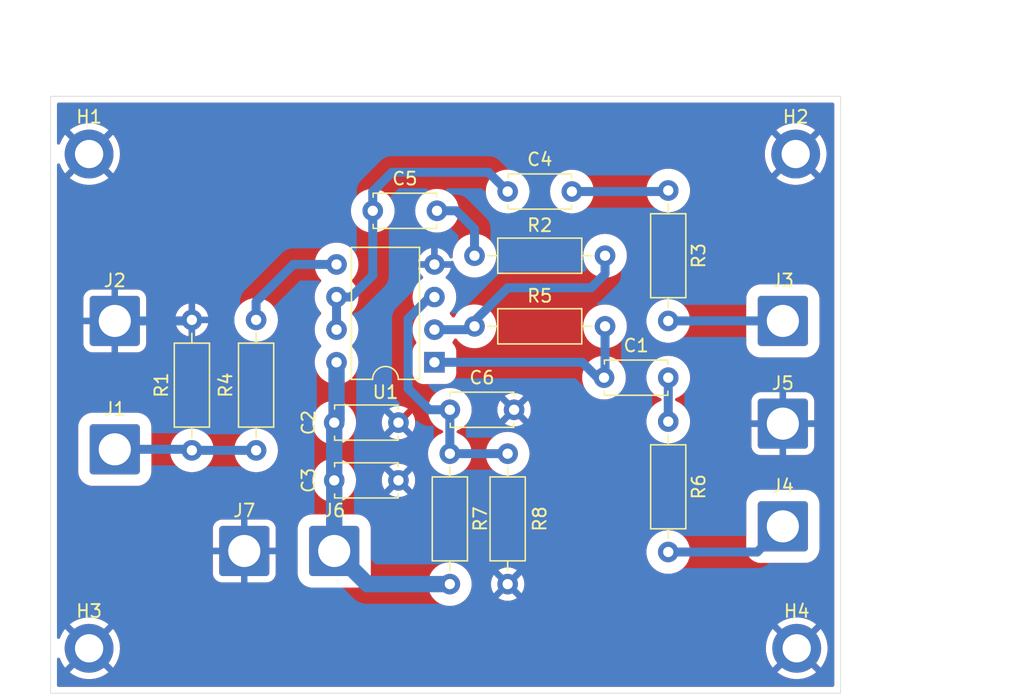
<source format=kicad_pcb>
(kicad_pcb (version 20240108) (generator "pcbnew") (generator_version "8.0")
  (layers (0 "F.Cu" signal) (31 "B.Cu" signal) (34 "B.Paste" user) (35 "F.Paste" user) (36 "B.SilkS" user "B.Silkscreen") (37 "F.SilkS" user "F.Silkscreen") (38 "B.Mask" user) (39 "F.Mask" user) (44 "Edge.Cuts" user))
  (net 0 "")
  (net 1 "Net-(C1-Pad2)")
  (net 2 "Net-(C1-Pad1)")
  (net 3 "GND")
  (net 4 "PWR_5V")
  (net 5 "Net-(C4-Pad2)")
  (net 6 "Net-(U1B--)")
  (net 7 "Net-(C5-Pad2)")
  (net 8 "BIAS 2.5V")
  (net 9 "Net-(J1-Pin_1)")
  (net 10 "Net-(J3-Pin_1)")
  (net 11 "Net-(J4-Pin_1)")
  (net 12 "Net-(U1A--)")
  (net 13 "Net-(U1B-+)")
  (footprint "Resistor_THT:R_Axial_DIN0207_L6.3mm_D2.5mm_P10.16mm_Horizontal" (layer "F.Cu") (at 109.5 135.58 90)
    (property "Reference" "R1" (at 5.08 -2.37 90) (layer "F.SilkS"))
    (property "Value" "10K")
    (fp_line (start 8.35 -1.37) (end 1.81 -1.37) (stroke (width 0.12)) (layer "F.SilkS"))
    (fp_line (start 1.81 -1.37) (end 1.81 1.37) (stroke (width 0.12)) (layer "F.SilkS"))
    (fp_line (start 9.12 0) (end 8.35 0) (stroke (width 0.12)) (layer "F.SilkS"))
    (fp_line (start 1.04 0) (end 1.81 0) (stroke (width 0.12)) (layer "F.SilkS"))
    (fp_line (start 8.35 1.37) (end 8.35 -1.37) (stroke (width 0.12)) (layer "F.SilkS"))
    (fp_line (start 1.81 1.37) (end 8.35 1.37) (stroke (width 0.12)) (layer "F.SilkS"))
    (pad "1" thru_hole circle (at 0 0 90) (size 1.6 1.6) (drill 0.8) (layers "*.Cu" "*.Mask") (net 9 "Net-(J1-Pin_1)"))
    (pad "2" thru_hole oval (at 10.16 0 90) (size 1.6 1.6) (drill 0.8) (layers "*.Cu" "*.Mask") (net 3 "GND"))
  )
  (footprint "Connector_Wire:SolderWire-2sqmm_1x01_D2mm_OD3.9mm" (layer "F.Cu") (at 155.5 133.5)
    (property "Reference" "J5" (at 0 -3.15 0) (layer "F.SilkS"))
    (property "Value" "Line-GND")
    (pad "1" thru_hole roundrect (at 0 0) (size 3.9 3.9) (drill 2.5) (layers "*.Cu" "*.Mask") (roundrect_rratio 0.064103) (net 3 "GND"))
  )
  (footprint "MountingHole:MountingHole_2.2mm_M2_DIN965_Pad" (layer "F.Cu") (at 156.5 112.5)
    (property "Reference" "H2" (at 0 -2.9 0) (layer "F.SilkS"))
    (property "Value" "MountingHole_Pad")
    (pad "1" thru_hole circle (at 0 0) (size 3.8 3.8) (drill 2.2) (layers "*.Cu" "*.Mask") (net 3 "GND"))
  )
  (footprint "Capacitor_THT:C_Disc_D4.7mm_W2.5mm_P5.00mm" (layer "F.Cu") (at 120.58 137.92)
    (property "Reference" "C3" (at -2 0 -90) (layer "F.SilkS"))
    (property "Value" "100uF")
    (fp_line (start 0.03 -1.37) (end 0.03 -1.055) (stroke (width 0.12)) (layer "F.SilkS"))
    (fp_line (start 0.03 -1.37) (end 4.97 -1.37) (stroke (width 0.12)) (layer "F.SilkS"))
    (fp_line (start 0.03 1.055) (end 0.03 1.37) (stroke (width 0.12)) (layer "F.SilkS"))
    (fp_line (start 0.03 1.37) (end 4.97 1.37) (stroke (width 0.12)) (layer "F.SilkS"))
    (fp_line (start 4.97 -1.37) (end 4.97 -1.055) (stroke (width 0.12)) (layer "F.SilkS"))
    (fp_line (start 4.97 1.055) (end 4.97 1.37) (stroke (width 0.12)) (layer "F.SilkS"))
    (pad "1" thru_hole circle (at 0 0) (size 1.6 1.6) (drill 0.8) (layers "*.Cu" "*.Mask") (net 4 "PWR_5V"))
    (pad "2" thru_hole circle (at 5 0) (size 1.6 1.6) (drill 0.8) (layers "*.Cu" "*.Mask") (net 3 "GND"))
  )
  (footprint "Resistor_THT:R_Axial_DIN0207_L6.3mm_D2.5mm_P10.16mm_Horizontal" (layer "F.Cu") (at 114.5 135.58 90)
    (property "Reference" "R4" (at 5.08 -2.37 90) (layer "F.SilkS"))
    (property "Value" "1K")
    (fp_line (start 8.35 -1.37) (end 1.81 -1.37) (stroke (width 0.12)) (layer "F.SilkS"))
    (fp_line (start 1.81 -1.37) (end 1.81 1.37) (stroke (width 0.12)) (layer "F.SilkS"))
    (fp_line (start 9.12 0) (end 8.35 0) (stroke (width 0.12)) (layer "F.SilkS"))
    (fp_line (start 1.04 0) (end 1.81 0) (stroke (width 0.12)) (layer "F.SilkS"))
    (fp_line (start 8.35 1.37) (end 8.35 -1.37) (stroke (width 0.12)) (layer "F.SilkS"))
    (fp_line (start 1.81 1.37) (end 8.35 1.37) (stroke (width 0.12)) (layer "F.SilkS"))
    (pad "1" thru_hole circle (at 0 0 90) (size 1.6 1.6) (drill 0.8) (layers "*.Cu" "*.Mask") (net 9 "Net-(J1-Pin_1)"))
    (pad "2" thru_hole oval (at 10.16 0 90) (size 1.6 1.6) (drill 0.8) (layers "*.Cu" "*.Mask") (net 13 "Net-(U1B-+)"))
  )
  (footprint "Capacitor_THT:C_Disc_D4.7mm_W2.5mm_P5.00mm" (layer "F.Cu") (at 120.58 133.42)
    (property "Reference" "C2" (at -2 0 90) (layer "F.SilkS"))
    (property "Value" "100nF")
    (fp_line (start 0.03 -1.37) (end 0.03 -1.055) (stroke (width 0.12)) (layer "F.SilkS"))
    (fp_line (start 0.03 -1.37) (end 4.97 -1.37) (stroke (width 0.12)) (layer "F.SilkS"))
    (fp_line (start 0.03 1.055) (end 0.03 1.37) (stroke (width 0.12)) (layer "F.SilkS"))
    (fp_line (start 0.03 1.37) (end 4.97 1.37) (stroke (width 0.12)) (layer "F.SilkS"))
    (fp_line (start 4.97 -1.37) (end 4.97 -1.055) (stroke (width 0.12)) (layer "F.SilkS"))
    (fp_line (start 4.97 1.055) (end 4.97 1.37) (stroke (width 0.12)) (layer "F.SilkS"))
    (pad "1" thru_hole circle (at 0 0) (size 1.6 1.6) (drill 0.8) (layers "*.Cu" "*.Mask") (net 4 "PWR_5V"))
    (pad "2" thru_hole circle (at 5 0) (size 1.6 1.6) (drill 0.8) (layers "*.Cu" "*.Mask") (net 3 "GND"))
  )
  (footprint "Connector_Wire:SolderWire-2sqmm_1x01_D2mm_OD3.9mm" (layer "F.Cu") (at 103.5 135.5)
    (property "Reference" "J1" (at 0 -3.15 0) (layer "F.SilkS"))
    (property "Value" "DAC-Input")
    (pad "1" thru_hole roundrect (at 0 0) (size 3.9 3.9) (drill 2.5) (layers "*.Cu" "*.Mask") (roundrect_rratio 0.064103) (net 9 "Net-(J1-Pin_1)"))
  )
  (footprint "Resistor_THT:R_Axial_DIN0207_L6.3mm_D2.5mm_P10.16mm_Horizontal" (layer "F.Cu") (at 146.58 115.34 -90)
    (property "Reference" "R3" (at 5.08 -2.37 90) (layer "F.SilkS"))
    (property "Value" "100")
    (fp_line (start 1.81 1.37) (end 8.35 1.37) (stroke (width 0.12)) (layer "F.SilkS"))
    (fp_line (start 8.35 1.37) (end 8.35 -1.37) (stroke (width 0.12)) (layer "F.SilkS"))
    (fp_line (start 1.04 0) (end 1.81 0) (stroke (width 0.12)) (layer "F.SilkS"))
    (fp_line (start 9.12 0) (end 8.35 0) (stroke (width 0.12)) (layer "F.SilkS"))
    (fp_line (start 1.81 -1.37) (end 1.81 1.37) (stroke (width 0.12)) (layer "F.SilkS"))
    (fp_line (start 8.35 -1.37) (end 1.81 -1.37) (stroke (width 0.12)) (layer "F.SilkS"))
    (pad "1" thru_hole circle (at 0 0 270) (size 1.6 1.6) (drill 0.8) (layers "*.Cu" "*.Mask") (net 5 "Net-(C4-Pad2)"))
    (pad "2" thru_hole oval (at 10.16 0 270) (size 1.6 1.6) (drill 0.8) (layers "*.Cu" "*.Mask") (net 10 "Net-(J3-Pin_1)"))
  )
  (footprint "Connector_Wire:SolderWire-2sqmm_1x01_D2mm_OD3.9mm" (layer "F.Cu") (at 120.58 143.42)
    (property "Reference" "J6" (at 0 -3.15 0) (layer "F.SilkS"))
    (property "Value" "PWR-INPUT")
    (pad "1" thru_hole roundrect (at 0 0) (size 3.9 3.9) (drill 2.5) (layers "*.Cu" "*.Mask") (roundrect_rratio 0.064103) (net 4 "PWR_5V"))
  )
  (footprint "MountingHole:MountingHole_2.2mm_M2_DIN965_Pad" (layer "F.Cu") (at 101.5 151)
    (property "Reference" "H3" (at 0 -2.9 0) (layer "F.SilkS"))
    (property "Value" "MountingHole_Pad")
    (pad "1" thru_hole circle (at 0 0) (size 3.8 3.8) (drill 2.2) (layers "*.Cu" "*.Mask") (net 3 "GND"))
  )
  (footprint "Capacitor_THT:C_Disc_D4.7mm_W2.5mm_P5.00mm" (layer "F.Cu") (at 129.58 132.42)
    (property "Reference" "C6" (at 2.5 -2.5 0) (layer "F.SilkS"))
    (property "Value" "4.7uF")
    (fp_line (start 0.03 -1.37) (end 0.03 -1.055) (stroke (width 0.12)) (layer "F.SilkS"))
    (fp_line (start 0.03 -1.37) (end 4.97 -1.37) (stroke (width 0.12)) (layer "F.SilkS"))
    (fp_line (start 0.03 1.055) (end 0.03 1.37) (stroke (width 0.12)) (layer "F.SilkS"))
    (fp_line (start 0.03 1.37) (end 4.97 1.37) (stroke (width 0.12)) (layer "F.SilkS"))
    (fp_line (start 4.97 -1.37) (end 4.97 -1.055) (stroke (width 0.12)) (layer "F.SilkS"))
    (fp_line (start 4.97 1.055) (end 4.97 1.37) (stroke (width 0.12)) (layer "F.SilkS"))
    (pad "1" thru_hole circle (at 0 0) (size 1.6 1.6) (drill 0.8) (layers "*.Cu" "*.Mask") (net 8 "BIAS 2.5V"))
    (pad "2" thru_hole circle (at 5 0) (size 1.6 1.6) (drill 0.8) (layers "*.Cu" "*.Mask") (net 3 "GND"))
  )
  (footprint "Connector_Wire:SolderWire-2sqmm_1x01_D2mm_OD3.9mm" (layer "F.Cu") (at 155.5 141.5)
    (property "Reference" "J4" (at 0 -3.15 0) (layer "F.SilkS"))
    (property "Value" "Line-Cold")
    (pad "1" thru_hole roundrect (at 0 0) (size 3.9 3.9) (drill 2.5) (layers "*.Cu" "*.Mask") (roundrect_rratio 0.064103) (net 11 "Net-(J4-Pin_1)"))
  )
  (footprint "Resistor_THT:R_Axial_DIN0207_L6.3mm_D2.5mm_P10.16mm_Horizontal" (layer "F.Cu") (at 134.08 146 90)
    (property "Reference" "R8" (at 5.08 2.5 90) (layer "F.SilkS"))
    (property "Value" "50K")
    (fp_line (start 8.35 -1.37) (end 1.81 -1.37) (stroke (width 0.12)) (layer "F.SilkS"))
    (fp_line (start 1.81 -1.37) (end 1.81 1.37) (stroke (width 0.12)) (layer "F.SilkS"))
    (fp_line (start 9.12 0) (end 8.35 0) (stroke (width 0.12)) (layer "F.SilkS"))
    (fp_line (start 1.04 0) (end 1.81 0) (stroke (width 0.12)) (layer "F.SilkS"))
    (fp_line (start 8.35 1.37) (end 8.35 -1.37) (stroke (width 0.12)) (layer "F.SilkS"))
    (fp_line (start 1.81 1.37) (end 8.35 1.37) (stroke (width 0.12)) (layer "F.SilkS"))
    (pad "1" thru_hole circle (at 0 0 90) (size 1.6 1.6) (drill 0.8) (layers "*.Cu" "*.Mask") (net 3 "GND"))
    (pad "2" thru_hole oval (at 10.16 0 90) (size 1.6 1.6) (drill 0.8) (layers "*.Cu" "*.Mask") (net 8 "BIAS 2.5V"))
  )
  (footprint "Resistor_THT:R_Axial_DIN0207_L6.3mm_D2.5mm_P10.16mm_Horizontal" (layer "F.Cu") (at 131.5 120.42)
    (property "Reference" "R2" (at 5.08 -2.37 0) (layer "F.SilkS"))
    (property "Value" "25K")
    (fp_line (start 1.04 0) (end 1.81 0) (stroke (width 0.12)) (layer "F.SilkS"))
    (fp_line (start 1.81 -1.37) (end 1.81 1.37) (stroke (width 0.12)) (layer "F.SilkS"))
    (fp_line (start 1.81 1.37) (end 8.35 1.37) (stroke (width 0.12)) (layer "F.SilkS"))
    (fp_line (start 8.35 -1.37) (end 1.81 -1.37) (stroke (width 0.12)) (layer "F.SilkS"))
    (fp_line (start 8.35 1.37) (end 8.35 -1.37) (stroke (width 0.12)) (layer "F.SilkS"))
    (fp_line (start 9.12 0) (end 8.35 0) (stroke (width 0.12)) (layer "F.SilkS"))
    (pad "1" thru_hole circle (at 0 0) (size 1.6 1.6) (drill 0.8) (layers "*.Cu" "*.Mask") (net 7 "Net-(C5-Pad2)"))
    (pad "2" thru_hole oval (at 10.16 0) (size 1.6 1.6) (drill 0.8) (layers "*.Cu" "*.Mask") (net 12 "Net-(U1A--)"))
  )
  (footprint "MountingHole:MountingHole_2.2mm_M2_DIN965_Pad" (layer "F.Cu") (at 101.5 112.5)
    (property "Reference" "H1" (at 0 -2.9 0) (layer "F.SilkS"))
    (property "Value" "MountingHole_Pad")
    (pad "1" thru_hole circle (at 0 0) (size 3.8 3.8) (drill 2.2) (layers "*.Cu" "*.Mask") (net 3 "GND"))
  )
  (footprint "Resistor_THT:R_Axial_DIN0207_L6.3mm_D2.5mm_P10.16mm_Horizontal" (layer "F.Cu") (at 129.58 135.84 -90)
    (property "Reference" "R7" (at 5.08 -2.37 90) (layer "F.SilkS"))
    (property "Value" "50K")
    (fp_line (start 1.81 1.37) (end 8.35 1.37) (stroke (width 0.12)) (layer "F.SilkS"))
    (fp_line (start 8.35 1.37) (end 8.35 -1.37) (stroke (width 0.12)) (layer "F.SilkS"))
    (fp_line (start 1.04 0) (end 1.81 0) (stroke (width 0.12)) (layer "F.SilkS"))
    (fp_line (start 9.12 0) (end 8.35 0) (stroke (width 0.12)) (layer "F.SilkS"))
    (fp_line (start 1.81 -1.37) (end 1.81 1.37) (stroke (width 0.12)) (layer "F.SilkS"))
    (fp_line (start 8.35 -1.37) (end 1.81 -1.37) (stroke (width 0.12)) (layer "F.SilkS"))
    (pad "1" thru_hole circle (at 0 0 270) (size 1.6 1.6) (drill 0.8) (layers "*.Cu" "*.Mask") (net 8 "BIAS 2.5V"))
    (pad "2" thru_hole oval (at 10.16 0 270) (size 1.6 1.6) (drill 0.8) (layers "*.Cu" "*.Mask") (net 4 "PWR_5V"))
  )
  (footprint "Capacitor_THT:C_Disc_D4.7mm_W2.5mm_P5.00mm" (layer "F.Cu") (at 123.58 116.92)
    (property "Reference" "C5" (at 2.5 -2.5 0) (layer "F.SilkS"))
    (property "Value" "1uF")
    (fp_line (start 0.03 -1.37) (end 0.03 -1.055) (stroke (width 0.12)) (layer "F.SilkS"))
    (fp_line (start 0.03 -1.37) (end 4.97 -1.37) (stroke (width 0.12)) (layer "F.SilkS"))
    (fp_line (start 0.03 1.055) (end 0.03 1.37) (stroke (width 0.12)) (layer "F.SilkS"))
    (fp_line (start 0.03 1.37) (end 4.97 1.37) (stroke (width 0.12)) (layer "F.SilkS"))
    (fp_line (start 4.97 -1.37) (end 4.97 -1.055) (stroke (width 0.12)) (layer "F.SilkS"))
    (fp_line (start 4.97 1.055) (end 4.97 1.37) (stroke (width 0.12)) (layer "F.SilkS"))
    (pad "1" thru_hole circle (at 0 0) (size 1.6 1.6) (drill 0.8) (layers "*.Cu" "*.Mask") (net 6 "Net-(U1B--)"))
    (pad "2" thru_hole circle (at 5 0) (size 1.6 1.6) (drill 0.8) (layers "*.Cu" "*.Mask") (net 7 "Net-(C5-Pad2)"))
  )
  (footprint "Capacitor_THT:C_Disc_D4.7mm_W2.5mm_P5.00mm" (layer "F.Cu") (at 141.58 129.92)
    (property "Reference" "C1" (at 2.5 -2.5 0) (layer "F.SilkS"))
    (property "Value" "47uF")
    (fp_line (start 0.03 -1.37) (end 0.03 -1.055) (stroke (width 0.12)) (layer "F.SilkS"))
    (fp_line (start 0.03 -1.37) (end 4.97 -1.37) (stroke (width 0.12)) (layer "F.SilkS"))
    (fp_line (start 0.03 1.055) (end 0.03 1.37) (stroke (width 0.12)) (layer "F.SilkS"))
    (fp_line (start 0.03 1.37) (end 4.97 1.37) (stroke (width 0.12)) (layer "F.SilkS"))
    (fp_line (start 4.97 -1.37) (end 4.97 -1.055) (stroke (width 0.12)) (layer "F.SilkS"))
    (fp_line (start 4.97 1.055) (end 4.97 1.37) (stroke (width 0.12)) (layer "F.SilkS"))
    (pad "1" thru_hole circle (at 0 0) (size 1.6 1.6) (drill 0.8) (layers "*.Cu" "*.Mask") (net 2 "Net-(C1-Pad1)"))
    (pad "2" thru_hole circle (at 5 0) (size 1.6 1.6) (drill 0.8) (layers "*.Cu" "*.Mask") (net 1 "Net-(C1-Pad2)"))
  )
  (footprint "MountingHole:MountingHole_2.2mm_M2_DIN965_Pad" (layer "F.Cu") (at 156.58 151)
    (property "Reference" "H4" (at 0 -2.9 0) (layer "F.SilkS"))
    (property "Value" "MountingHole_Pad")
    (pad "1" thru_hole circle (at 0 0) (size 3.8 3.8) (drill 2.2) (layers "*.Cu" "*.Mask") (net 3 "GND"))
  )
  (footprint "Capacitor_THT:C_Disc_D4.7mm_W2.5mm_P5.00mm" (layer "F.Cu") (at 134.08 115.42)
    (property "Reference" "C4" (at 2.5 -2.5 0) (layer "F.SilkS"))
    (property "Value" "47uF")
    (fp_line (start 0.03 -1.37) (end 0.03 -1.055) (stroke (width 0.12)) (layer "F.SilkS"))
    (fp_line (start 0.03 -1.37) (end 4.97 -1.37) (stroke (width 0.12)) (layer "F.SilkS"))
    (fp_line (start 0.03 1.055) (end 0.03 1.37) (stroke (width 0.12)) (layer "F.SilkS"))
    (fp_line (start 0.03 1.37) (end 4.97 1.37) (stroke (width 0.12)) (layer "F.SilkS"))
    (fp_line (start 4.97 -1.37) (end 4.97 -1.055) (stroke (width 0.12)) (layer "F.SilkS"))
    (fp_line (start 4.97 1.055) (end 4.97 1.37) (stroke (width 0.12)) (layer "F.SilkS"))
    (pad "1" thru_hole circle (at 0 0) (size 1.6 1.6) (drill 0.8) (layers "*.Cu" "*.Mask") (net 6 "Net-(U1B--)"))
    (pad "2" thru_hole circle (at 5 0) (size 1.6 1.6) (drill 0.8) (layers "*.Cu" "*.Mask") (net 5 "Net-(C4-Pad2)"))
  )
  (footprint "Package_DIP:DIP-8_W7.62mm" (layer "F.Cu") (at 128.38 128.72 180)
    (property "Reference" "U1" (at 3.81 -2.33 0) (layer "F.SilkS"))
    (property "Value" "LM358")
    (fp_line (start 6.46 8.95) (end 6.46 -1.33) (stroke (width 0.12)) (layer "F.SilkS"))
    (fp_line (start 6.46 -1.33) (end 4.81 -1.33) (stroke (width 0.12)) (layer "F.SilkS"))
    (fp_line (start 2.81 -1.33) (end 1.16 -1.33) (stroke (width 0.12)) (layer "F.SilkS"))
    (fp_line (start 1.16 8.95) (end 6.46 8.95) (stroke (width 0.12)) (layer "F.SilkS"))
    (fp_line (start 1.16 -1.33) (end 1.16 8.95) (stroke (width 0.12)) (layer "F.SilkS"))
    (fp_arc (start 4.81 -1.33) (mid 3.81 -0.33) (end 2.81 -1.33) (stroke (width 0.12)) (layer "F.SilkS"))
    (pad "1" thru_hole rect (at 0 0 180) (size 1.6 1.6) (drill 0.8) (layers "*.Cu" "*.Mask") (net 2 "Net-(C1-Pad1)"))
    (pad "2" thru_hole oval (at 0 2.54 180) (size 1.6 1.6) (drill 0.8) (layers "*.Cu" "*.Mask") (net 12 "Net-(U1A--)"))
    (pad "3" thru_hole oval (at 0 5.08 180) (size 1.6 1.6) (drill 0.8) (layers "*.Cu" "*.Mask") (net 8 "BIAS 2.5V"))
    (pad "4" thru_hole oval (at 0 7.62 180) (size 1.6 1.6) (drill 0.8) (layers "*.Cu" "*.Mask") (net 3 "GND"))
    (pad "5" thru_hole oval (at 7.62 7.62 180) (size 1.6 1.6) (drill 0.8) (layers "*.Cu" "*.Mask") (net 13 "Net-(U1B-+)"))
    (pad "6" thru_hole oval (at 7.62 5.08 180) (size 1.6 1.6) (drill 0.8) (layers "*.Cu" "*.Mask") (net 6 "Net-(U1B--)"))
    (pad "7" thru_hole oval (at 7.62 2.54 180) (size 1.6 1.6) (drill 0.8) (layers "*.Cu" "*.Mask") (net 6 "Net-(U1B--)"))
    (pad "8" thru_hole oval (at 7.62 0 180) (size 1.6 1.6) (drill 0.8) (layers "*.Cu" "*.Mask") (net 4 "PWR_5V"))
  )
  (footprint "Resistor_THT:R_Axial_DIN0207_L6.3mm_D2.5mm_P10.16mm_Horizontal" (layer "F.Cu") (at 131.5 125.92)
    (property "Reference" "R5" (at 5.08 -2.37 0) (layer "F.SilkS"))
    (property "Value" "25K")
    (fp_line (start 1.04 0) (end 1.81 0) (stroke (width 0.12)) (layer "F.SilkS"))
    (fp_line (start 1.81 -1.37) (end 1.81 1.37) (stroke (width 0.12)) (layer "F.SilkS"))
    (fp_line (start 1.81 1.37) (end 8.35 1.37) (stroke (width 0.12)) (layer "F.SilkS"))
    (fp_line (start 8.35 -1.37) (end 1.81 -1.37) (stroke (width 0.12)) (layer "F.SilkS"))
    (fp_line (start 8.35 1.37) (end 8.35 -1.37) (stroke (width 0.12)) (layer "F.SilkS"))
    (fp_line (start 9.12 0) (end 8.35 0) (stroke (width 0.12)) (layer "F.SilkS"))
    (pad "1" thru_hole circle (at 0 0) (size 1.6 1.6) (drill 0.8) (layers "*.Cu" "*.Mask") (net 12 "Net-(U1A--)"))
    (pad "2" thru_hole oval (at 10.16 0) (size 1.6 1.6) (drill 0.8) (layers "*.Cu" "*.Mask") (net 2 "Net-(C1-Pad1)"))
  )
  (footprint "Connector_Wire:SolderWire-2sqmm_1x01_D2mm_OD3.9mm" (layer "F.Cu") (at 155.5 125.5)
    (property "Reference" "J3" (at 0 -3.15 0) (layer "F.SilkS"))
    (property "Value" "Line-Hot")
    (pad "1" thru_hole roundrect (at 0 0) (size 3.9 3.9) (drill 2.5) (layers "*.Cu" "*.Mask") (roundrect_rratio 0.064103) (net 10 "Net-(J3-Pin_1)"))
  )
  (footprint "Connector_Wire:SolderWire-2sqmm_1x01_D2mm_OD3.9mm" (layer "F.Cu") (at 113.58 143.42)
    (property "Reference" "J7" (at 0 -3.15 0) (layer "F.SilkS"))
    (property "Value" "PWR-GND")
    (pad "1" thru_hole roundrect (at 0 0) (size 3.9 3.9) (drill 2.5) (layers "*.Cu" "*.Mask") (roundrect_rratio 0.064103) (net 3 "GND"))
  )
  (footprint "Resistor_THT:R_Axial_DIN0207_L6.3mm_D2.5mm_P10.16mm_Horizontal" (layer "F.Cu") (at 146.58 133.34 -90)
    (property "Reference" "R6" (at 5.08 -2.37 90) (layer "F.SilkS"))
    (property "Value" "100")
    (fp_line (start 1.81 1.37) (end 8.35 1.37) (stroke (width 0.12)) (layer "F.SilkS"))
    (fp_line (start 8.35 1.37) (end 8.35 -1.37) (stroke (width 0.12)) (layer "F.SilkS"))
    (fp_line (start 1.04 0) (end 1.81 0) (stroke (width 0.12)) (layer "F.SilkS"))
    (fp_line (start 9.12 0) (end 8.35 0) (stroke (width 0.12)) (layer "F.SilkS"))
    (fp_line (start 1.81 -1.37) (end 1.81 1.37) (stroke (width 0.12)) (layer "F.SilkS"))
    (fp_line (start 8.35 -1.37) (end 1.81 -1.37) (stroke (width 0.12)) (layer "F.SilkS"))
    (pad "1" thru_hole circle (at 0 0 270) (size 1.6 1.6) (drill 0.8) (layers "*.Cu" "*.Mask") (net 1 "Net-(C1-Pad2)"))
    (pad "2" thru_hole oval (at 10.16 0 270) (size 1.6 1.6) (drill 0.8) (layers "*.Cu" "*.Mask") (net 11 "Net-(J4-Pin_1)"))
  )
  (footprint "Connector_Wire:SolderWire-2sqmm_1x01_D2mm_OD3.9mm" (layer "F.Cu") (at 103.5 125.5)
    (property "Reference" "J2" (at 0 -3.15 0) (layer "F.SilkS"))
    (property "Value" "DAC-GND")
    (pad "1" thru_hole roundrect (at 0 0) (size 3.9 3.9) (drill 2.5) (layers "*.Cu" "*.Mask") (roundrect_rratio 0.064103) (net 3 "GND"))
  )
  (gr_rect (start 98.5 108) (end 160 154.5) (stroke (width 0.05)) (fill none) (layer "Edge.Cuts"))
  (segment (start 146.58 129.92) (end 146.58 133.34) (width 0.70104) (layer "B.Cu") (net 1))
  (segment (start 128.38 128.72) (end 139.88 128.72) (width 0.70104) (layer "B.Cu") (net 2))
  (segment (start 139.88 128.72) (end 141.08 129.92) (width 0.70104) (layer "B.Cu") (net 2))
  (segment (start 141.66 125.92) (end 141.66 129.84) (width 0.70104) (layer "B.Cu") (net 2))
  (segment (start 141.66 129.84) (end 141.58 129.92) (width 0.70104) (layer "B.Cu") (net 2))
  (segment (start 103.5 125.5) (end 109.42 125.5) (width 0.70104) (layer "B.Cu") (net 3))
  (segment (start 109.42 125.5) (end 109.5 125.42) (width 0.70104) (layer "B.Cu") (net 3))
  (segment (start 120.58 133.42) (end 120.58 137.92) (width 1.27) (layer "B.Cu") (net 4))
  (segment (start 120.58 143.42) (end 120.58 137.92) (width 1.27) (layer "B.Cu") (net 4))
  (segment (start 120.76 128.72) (end 120.76 133.24) (width 1.27) (layer "B.Cu") (net 4))
  (segment (start 123.16 146) (end 129.58 146) (width 1.27) (layer "B.Cu") (net 4))
  (segment (start 120.76 133.24) (end 120.58 133.42) (width 1.27) (layer "B.Cu") (net 4))
  (segment (start 120.58 143.42) (end 123.16 146) (width 1.27) (layer "B.Cu") (net 4))
  (segment (start 139.08 115.42) (end 146.5 115.42) (width 0.70104) (layer "B.Cu") (net 5))
  (segment (start 146.5 115.42) (end 146.58 115.34) (width 0.70104) (layer "B.Cu") (net 5))
  (segment (start 123.58 121.95137) (end 123.58 116.92) (width 0.70104) (layer "B.Cu") (net 6))
  (segment (start 121.89137 123.64) (end 123.58 121.95137) (width 0.70104) (layer "B.Cu") (net 6))
  (segment (start 125.08 113.92) (end 132.58 113.92) (width 0.70104) (layer "B.Cu") (net 6))
  (segment (start 123.58 115.42) (end 125.08 113.92) (width 0.70104) (layer "B.Cu") (net 6))
  (segment (start 123.58 116.92) (end 123.58 115.42) (width 0.70104) (layer "B.Cu") (net 6))
  (segment (start 132.58 113.92) (end 134.08 115.42) (width 0.70104) (layer "B.Cu") (net 6))
  (segment (start 120.76 123.64) (end 120.76 126.18) (width 0.70104) (layer "B.Cu") (net 6))
  (segment (start 120.76 123.64) (end 121.89137 123.64) (width 0.70104) (layer "B.Cu") (net 6))
  (segment (start 130.08 116.92) (end 131.5 118.34) (width 0.70104) (layer "B.Cu") (net 7))
  (segment (start 131.5 118.34) (end 131.5 120.42) (width 0.70104) (layer "B.Cu") (net 7))
  (segment (start 128.58 116.92) (end 130.08 116.92) (width 0.70104) (layer "B.Cu") (net 7))
  (segment (start 134.08 135.84) (end 129.58 135.84) (width 0.70104) (layer "B.Cu") (net 8))
  (segment (start 126.33032 125.330994) (end 128.021314 123.64) (width 0.70104) (layer "B.Cu") (net 8))
  (segment (start 126.33032 130.76968) (end 126.33032 125.330994) (width 0.70104) (layer "B.Cu") (net 8))
  (segment (start 129.58 132.42) (end 127.98064 132.42) (width 0.70104) (layer "B.Cu") (net 8))
  (segment (start 128.021314 123.64) (end 128.38 123.64) (width 0.70104) (layer "B.Cu") (net 8))
  (segment (start 127.98064 132.42) (end 126.33032 130.76968) (width 0.70104) (layer "B.Cu") (net 8))
  (segment (start 129.58 135.84) (end 129.58 132.42) (width 0.70104) (layer "B.Cu") (net 8))
  (segment (start 109.42 135.5) (end 109.5 135.58) (width 0.70104) (layer "B.Cu") (net 9))
  (segment (start 103.5 135.5) (end 109.42 135.5) (width 0.70104) (layer "B.Cu") (net 9))
  (segment (start 109.5 135.58) (end 114.5 135.58) (width 0.70104) (layer "B.Cu") (net 9))
  (segment (start 146.58 125.5) (end 155.5 125.5) (width 0.70104) (layer "B.Cu") (net 10))
  (segment (start 153.5 143.5) (end 155.5 141.5) (width 0.70104) (layer "B.Cu") (net 11))
  (segment (start 146.58 143.5) (end 153.5 143.5) (width 0.70104) (layer "B.Cu") (net 11))
  (segment (start 141.66 120.42) (end 141.66 121.84) (width 0.70104) (layer "B.Cu") (net 12))
  (segment (start 128.38 126.18) (end 131.24 126.18) (width 0.70104) (layer "B.Cu") (net 12))
  (segment (start 131.5 125.5) (end 131.5 125.92) (width 0.70104) (layer "B.Cu") (net 12))
  (segment (start 141.66 121.84) (end 140.58 122.92) (width 0.70104) (layer "B.Cu") (net 12))
  (segment (start 131.24 126.18) (end 131.5 125.92) (width 0.70104) (layer "B.Cu") (net 12))
  (segment (start 134.08 122.92) (end 131.5 125.5) (width 0.70104) (layer "B.Cu") (net 12))
  (segment (start 140.58 122.92) (end 134.08 122.92) (width 0.70104) (layer "B.Cu") (net 12))
  (segment (start 114.5 124) (end 117.4 121.1) (width 0.70104) (layer "B.Cu") (net 13))
  (segment (start 114.5 125.42) (end 114.5 124) (width 0.70104) (layer "B.Cu") (net 13))
  (segment (start 117.4 121.1) (end 120.76 121.1) (width 0.70104) (layer "B.Cu") (net 13))
  (zone (net 3) (net_name "GND") (layer "F.Cu") (priority 1) (connect_pads (clearance 0.5)) (min_thickness 0.25) (fill yes (thermal_gap 0.5) (thermal_bridge_width 0.5))
    (polygon (pts (xy 98.5 108) (xy 160 108) (xy 160 154.5) (xy 98.5 154.5)))
  )
  (zone (net 3) (net_name "GND") (layer "B.Cu") (connect_pads (clearance 0.5)) (min_thickness 0.25) (fill yes (thermal_gap 0.5) (thermal_bridge_width 0.5))
    (polygon (pts (xy 98.5 108) (xy 160 108) (xy 160 154.5) (xy 98.5 154.5)))
  )
)
</source>
